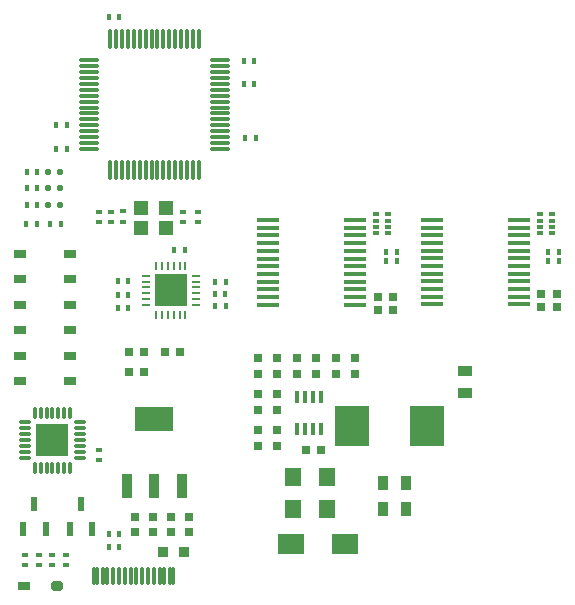
<source format=gtp>
G04*
G04 #@! TF.GenerationSoftware,Altium Limited,Altium Designer,21.0.8 (223)*
G04*
G04 Layer_Color=8421504*
%FSLAX25Y25*%
%MOIN*%
G70*
G04*
G04 #@! TF.SameCoordinates,10D31124-10DE-4426-A125-9D81246FB524*
G04*
G04*
G04 #@! TF.FilePolarity,Positive*
G04*
G01*
G75*
%ADD23R,0.01575X0.01968*%
%ADD24R,0.03000X0.03000*%
%ADD25R,0.03000X0.03000*%
%ADD26R,0.05500X0.06200*%
%ADD27R,0.11811X0.13780*%
%ADD28R,0.08661X0.06890*%
%ADD29R,0.03500X0.05000*%
%ADD30R,0.01800X0.03950*%
%ADD31R,0.05000X0.03500*%
%ADD32R,0.02362X0.01181*%
%ADD33R,0.02362X0.01575*%
%ADD34R,0.12598X0.08268*%
%ADD35R,0.03543X0.08268*%
G04:AMPARAMS|DCode=36|XSize=59.06mil|YSize=11.81mil|CornerRadius=2.95mil|HoleSize=0mil|Usage=FLASHONLY|Rotation=90.000|XOffset=0mil|YOffset=0mil|HoleType=Round|Shape=RoundedRectangle|*
%AMROUNDEDRECTD36*
21,1,0.05906,0.00591,0,0,90.0*
21,1,0.05315,0.01181,0,0,90.0*
1,1,0.00591,0.00295,0.02657*
1,1,0.00591,0.00295,-0.02657*
1,1,0.00591,-0.00295,-0.02657*
1,1,0.00591,-0.00295,0.02657*
%
%ADD36ROUNDEDRECTD36*%
%ADD37R,0.11024X0.10630*%
G04:AMPARAMS|DCode=38|XSize=12mil|YSize=38mil|CornerRadius=3mil|HoleSize=0mil|Usage=FLASHONLY|Rotation=270.000|XOffset=0mil|YOffset=0mil|HoleType=Round|Shape=RoundedRectangle|*
%AMROUNDEDRECTD38*
21,1,0.01200,0.03200,0,0,270.0*
21,1,0.00600,0.03800,0,0,270.0*
1,1,0.00600,-0.01600,-0.00300*
1,1,0.00600,-0.01600,0.00300*
1,1,0.00600,0.01600,0.00300*
1,1,0.00600,0.01600,-0.00300*
%
%ADD38ROUNDEDRECTD38*%
G04:AMPARAMS|DCode=39|XSize=12mil|YSize=38mil|CornerRadius=3mil|HoleSize=0mil|Usage=FLASHONLY|Rotation=0.000|XOffset=0mil|YOffset=0mil|HoleType=Round|Shape=RoundedRectangle|*
%AMROUNDEDRECTD39*
21,1,0.01200,0.03200,0,0,0.0*
21,1,0.00600,0.03800,0,0,0.0*
1,1,0.00600,0.00300,-0.01600*
1,1,0.00600,-0.00300,-0.01600*
1,1,0.00600,-0.00300,0.01600*
1,1,0.00600,0.00300,0.01600*
%
%ADD39ROUNDEDRECTD39*%
G04:AMPARAMS|DCode=40|XSize=20mil|YSize=20mil|CornerRadius=5mil|HoleSize=0mil|Usage=FLASHONLY|Rotation=90.000|XOffset=0mil|YOffset=0mil|HoleType=Round|Shape=RoundedRectangle|*
%AMROUNDEDRECTD40*
21,1,0.02000,0.01000,0,0,90.0*
21,1,0.01000,0.02000,0,0,90.0*
1,1,0.01000,0.00500,0.00500*
1,1,0.01000,0.00500,-0.00500*
1,1,0.01000,-0.00500,-0.00500*
1,1,0.01000,-0.00500,0.00500*
%
%ADD40ROUNDEDRECTD40*%
%ADD41R,0.01968X0.01575*%
%ADD42O,0.00984X0.02756*%
%ADD43O,0.02756X0.00984*%
%ADD44R,0.10630X0.11024*%
%ADD45R,0.03937X0.02756*%
%ADD46R,0.02362X0.05118*%
G04:AMPARAMS|DCode=47|XSize=39.37mil|YSize=31.5mil|CornerRadius=0mil|HoleSize=0mil|Usage=FLASHONLY|Rotation=0.000|XOffset=0mil|YOffset=0mil|HoleType=Round|Shape=Octagon|*
%AMOCTAGOND47*
4,1,8,0.01968,-0.00787,0.01968,0.00787,0.01181,0.01575,-0.01181,0.01575,-0.01968,0.00787,-0.01968,-0.00787,-0.01181,-0.01575,0.01181,-0.01575,0.01968,-0.00787,0.0*
%
%ADD47OCTAGOND47*%

%ADD48R,0.03937X0.03150*%
%ADD49R,0.03500X0.03500*%
%ADD50R,0.05118X0.04724*%
%ADD51O,0.07480X0.01575*%
%ADD52R,0.07480X0.01575*%
%ADD53O,0.07087X0.01181*%
%ADD54O,0.01181X0.07087*%
D23*
X10673Y166590D02*
D03*
X7327D02*
D03*
X10771Y158590D02*
D03*
X7228Y158591D02*
D03*
X24827Y26000D02*
D03*
X28173D02*
D03*
X5327Y133591D02*
D03*
X8673D02*
D03*
X-2772D02*
D03*
X771Y133590D02*
D03*
X756Y140091D02*
D03*
X-2591D02*
D03*
X756Y145591D02*
D03*
X-2591D02*
D03*
X756Y151091D02*
D03*
X-2591D02*
D03*
X50181Y125090D02*
D03*
X46638Y125091D02*
D03*
X63736Y106295D02*
D03*
X60193Y106295D02*
D03*
X60291Y110295D02*
D03*
X63637D02*
D03*
X63736Y114295D02*
D03*
X60193Y114295D02*
D03*
X27729Y105795D02*
D03*
X31075D02*
D03*
X27729Y110193D02*
D03*
X31075D02*
D03*
X31272Y114590D02*
D03*
X27729Y114591D02*
D03*
X24827Y30500D02*
D03*
X28173D02*
D03*
X174771Y121500D02*
D03*
X171228Y121500D02*
D03*
X171229Y124500D02*
D03*
X174772Y124500D02*
D03*
X120772D02*
D03*
X117229Y124500D02*
D03*
X120771Y121500D02*
D03*
X117228Y121500D02*
D03*
X73772Y162500D02*
D03*
X70229Y162500D02*
D03*
X73173Y180500D02*
D03*
X69827D02*
D03*
X73272Y188181D02*
D03*
X69729Y188181D02*
D03*
X28272Y202590D02*
D03*
X24729Y202591D02*
D03*
D24*
X90441Y58341D02*
D03*
X95559D02*
D03*
X36618Y91000D02*
D03*
X31500D02*
D03*
X48559Y91000D02*
D03*
X43440D02*
D03*
X36559Y84500D02*
D03*
X31440D02*
D03*
X168941Y110500D02*
D03*
X174059D02*
D03*
X168941Y106000D02*
D03*
X174059D02*
D03*
X114441Y105000D02*
D03*
X119559D02*
D03*
X114441Y109500D02*
D03*
X119559D02*
D03*
D25*
X107000Y83782D02*
D03*
Y88900D02*
D03*
X87500D02*
D03*
Y83782D02*
D03*
X94000Y83782D02*
D03*
Y88900D02*
D03*
X100500Y88900D02*
D03*
Y83782D02*
D03*
X81000Y76900D02*
D03*
Y71782D02*
D03*
X81000Y83782D02*
D03*
Y88900D02*
D03*
X74500Y88959D02*
D03*
Y83841D02*
D03*
X74500Y76900D02*
D03*
Y71782D02*
D03*
Y64900D02*
D03*
Y59782D02*
D03*
X81000Y64900D02*
D03*
Y59782D02*
D03*
X51546Y30941D02*
D03*
Y36059D02*
D03*
X39500Y30941D02*
D03*
Y36059D02*
D03*
X33500Y30941D02*
D03*
Y36059D02*
D03*
X45500Y30941D02*
D03*
Y36059D02*
D03*
D26*
X86291Y38841D02*
D03*
X97512D02*
D03*
X86291Y49341D02*
D03*
X97512D02*
D03*
D27*
X106000Y66341D02*
D03*
X131000D02*
D03*
D28*
X103555Y27000D02*
D03*
X85445D02*
D03*
D29*
X116260Y47341D02*
D03*
X123740D02*
D03*
X116260Y38841D02*
D03*
X123740D02*
D03*
D30*
X87661Y76166D02*
D03*
X90220D02*
D03*
X92779D02*
D03*
X95339D02*
D03*
Y65516D02*
D03*
X92779D02*
D03*
X90220D02*
D03*
X87661D02*
D03*
D31*
X143500Y84741D02*
D03*
Y77260D02*
D03*
D32*
X114000Y134724D02*
D03*
Y132756D02*
D03*
X117937D02*
D03*
Y134724D02*
D03*
X168563D02*
D03*
Y132756D02*
D03*
X172500D02*
D03*
Y134724D02*
D03*
D33*
X114000Y136890D02*
D03*
Y130591D02*
D03*
X117937D02*
D03*
Y136890D02*
D03*
X168563D02*
D03*
Y130591D02*
D03*
X172500D02*
D03*
Y136890D02*
D03*
D34*
X40000Y68721D02*
D03*
D35*
X49055Y46279D02*
D03*
X40000D02*
D03*
X30945D02*
D03*
D36*
X19811Y16512D02*
D03*
X20992D02*
D03*
X22961D02*
D03*
X24142D02*
D03*
X26110D02*
D03*
X28079D02*
D03*
X30047D02*
D03*
X35953D02*
D03*
X37921D02*
D03*
X39890D02*
D03*
X41858D02*
D03*
X43039D02*
D03*
X45008D02*
D03*
X46189D02*
D03*
X32016D02*
D03*
X33984D02*
D03*
D37*
X6000Y61681D02*
D03*
D38*
X-3150Y55776D02*
D03*
Y57744D02*
D03*
Y59713D02*
D03*
Y61681D02*
D03*
Y63650D02*
D03*
Y65618D02*
D03*
Y67587D02*
D03*
X15150D02*
D03*
Y65618D02*
D03*
Y63650D02*
D03*
Y61681D02*
D03*
Y59713D02*
D03*
Y57744D02*
D03*
Y55776D02*
D03*
D39*
X95Y70831D02*
D03*
X2063D02*
D03*
X4032D02*
D03*
X6000D02*
D03*
X7969D02*
D03*
X9937D02*
D03*
X11906D02*
D03*
Y52531D02*
D03*
X9937D02*
D03*
X7969D02*
D03*
X6000D02*
D03*
X4032D02*
D03*
X2063D02*
D03*
X95D02*
D03*
D40*
X4583Y151091D02*
D03*
X8583D02*
D03*
X4583Y145591D02*
D03*
X8583D02*
D03*
X4583Y140091D02*
D03*
X8583D02*
D03*
D41*
X29634Y134346D02*
D03*
X29634Y137889D02*
D03*
X25500Y134417D02*
D03*
Y137764D02*
D03*
X21500Y134319D02*
D03*
X21500Y137862D02*
D03*
X49500Y137862D02*
D03*
X49500Y134319D02*
D03*
X54500Y134319D02*
D03*
X54500Y137862D02*
D03*
X21500Y55008D02*
D03*
Y58354D02*
D03*
X10500Y20008D02*
D03*
Y23354D02*
D03*
X6000D02*
D03*
Y20008D02*
D03*
X1500D02*
D03*
Y23354D02*
D03*
X-3000Y20008D02*
D03*
Y23354D02*
D03*
D42*
X40488Y103323D02*
D03*
X42457D02*
D03*
X44425D02*
D03*
X46394D02*
D03*
X48362D02*
D03*
X50331D02*
D03*
Y119858D02*
D03*
X48362D02*
D03*
X46394D02*
D03*
X44425D02*
D03*
X42457D02*
D03*
X40488D02*
D03*
D43*
X53677Y106669D02*
D03*
Y108638D02*
D03*
Y110606D02*
D03*
Y112575D02*
D03*
Y114543D02*
D03*
Y116512D02*
D03*
X37142D02*
D03*
Y114543D02*
D03*
Y112575D02*
D03*
Y110606D02*
D03*
Y108638D02*
D03*
Y106669D02*
D03*
D44*
X45409Y111591D02*
D03*
D45*
X11965Y81358D02*
D03*
X-4964D02*
D03*
X11965Y89823D02*
D03*
X-4964D02*
D03*
X11965Y98358D02*
D03*
X-4964D02*
D03*
X11965Y106823D02*
D03*
X-4964D02*
D03*
X11965Y115268D02*
D03*
X-4964D02*
D03*
X11965Y123732D02*
D03*
X-4964D02*
D03*
D46*
X15500Y40224D02*
D03*
X19240Y31957D02*
D03*
X11760D02*
D03*
X0Y40224D02*
D03*
X3740Y31957D02*
D03*
X-3740D02*
D03*
D47*
X7512Y13091D02*
D03*
D48*
X-3512D02*
D03*
D49*
X43000Y24500D02*
D03*
X50000D02*
D03*
D50*
X43768Y139193D02*
D03*
X35500D02*
D03*
Y132500D02*
D03*
X43768D02*
D03*
D51*
X161567Y119720D02*
D03*
Y122280D02*
D03*
Y124839D02*
D03*
Y135075D02*
D03*
X132433Y112043D02*
D03*
Y114602D02*
D03*
Y117161D02*
D03*
Y119720D02*
D03*
Y122280D02*
D03*
Y124839D02*
D03*
Y127398D02*
D03*
Y129957D02*
D03*
Y132516D02*
D03*
Y109484D02*
D03*
Y106925D02*
D03*
X161567Y109484D02*
D03*
Y106925D02*
D03*
Y132516D02*
D03*
Y117161D02*
D03*
Y114602D02*
D03*
Y112043D02*
D03*
Y127398D02*
D03*
Y129957D02*
D03*
X107000Y119650D02*
D03*
Y122209D02*
D03*
Y124768D02*
D03*
Y135004D02*
D03*
X77866Y111972D02*
D03*
Y114531D02*
D03*
Y117091D02*
D03*
Y119650D02*
D03*
Y122209D02*
D03*
Y124768D02*
D03*
Y127327D02*
D03*
Y129886D02*
D03*
Y132445D02*
D03*
Y109413D02*
D03*
Y106854D02*
D03*
X107000Y109413D02*
D03*
Y106854D02*
D03*
Y132445D02*
D03*
Y117091D02*
D03*
Y114531D02*
D03*
Y111972D02*
D03*
Y127327D02*
D03*
Y129886D02*
D03*
D52*
X132433Y135075D02*
D03*
X77866Y135004D02*
D03*
D53*
X61850Y186295D02*
D03*
Y184327D02*
D03*
Y178421D02*
D03*
Y180390D02*
D03*
Y182358D02*
D03*
Y188264D02*
D03*
Y168579D02*
D03*
Y164642D02*
D03*
Y166610D02*
D03*
Y170547D02*
D03*
Y158736D02*
D03*
Y160705D02*
D03*
Y162673D02*
D03*
Y172516D02*
D03*
Y174484D02*
D03*
Y176453D02*
D03*
X18150Y188264D02*
D03*
Y186295D02*
D03*
Y184327D02*
D03*
Y182358D02*
D03*
Y180390D02*
D03*
Y178421D02*
D03*
Y176453D02*
D03*
Y174484D02*
D03*
Y172516D02*
D03*
Y170547D02*
D03*
Y168579D02*
D03*
Y166610D02*
D03*
Y164642D02*
D03*
Y162673D02*
D03*
Y160705D02*
D03*
Y158736D02*
D03*
D54*
X25236Y151650D02*
D03*
X27205D02*
D03*
X29173D02*
D03*
X31142D02*
D03*
X33110D02*
D03*
X35079D02*
D03*
X37047D02*
D03*
X39016D02*
D03*
X40984D02*
D03*
X42953D02*
D03*
X44921D02*
D03*
X46890D02*
D03*
X48858D02*
D03*
X50827D02*
D03*
X52795D02*
D03*
X54764D02*
D03*
Y195350D02*
D03*
X52795D02*
D03*
X50827D02*
D03*
X48858D02*
D03*
X46890D02*
D03*
X44921D02*
D03*
X42953D02*
D03*
X40984D02*
D03*
X39016D02*
D03*
X37047D02*
D03*
X35079D02*
D03*
X33110D02*
D03*
X31142D02*
D03*
X29173D02*
D03*
X27205D02*
D03*
X25236D02*
D03*
M02*

</source>
